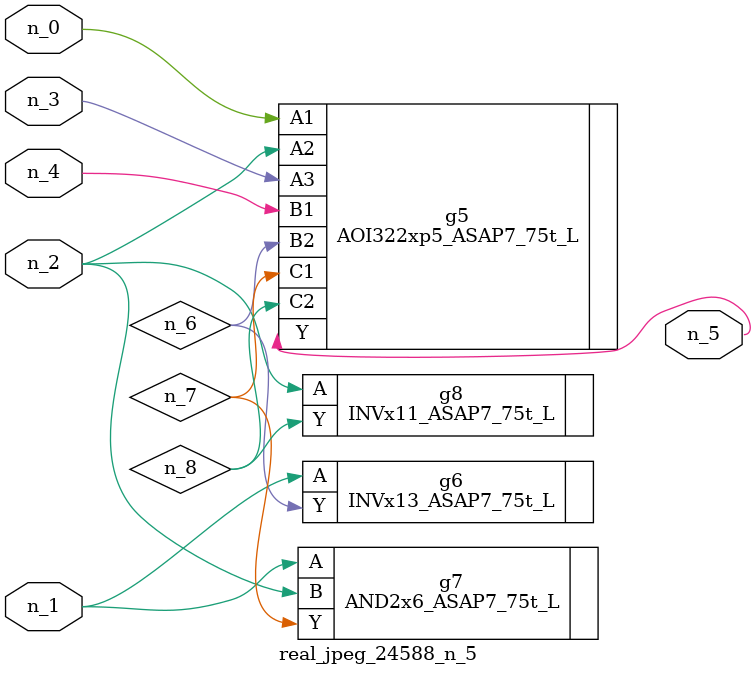
<source format=v>
module real_jpeg_24588_n_5 (n_4, n_0, n_1, n_2, n_3, n_5);

input n_4;
input n_0;
input n_1;
input n_2;
input n_3;

output n_5;

wire n_8;
wire n_6;
wire n_7;

AOI322xp5_ASAP7_75t_L g5 ( 
.A1(n_0),
.A2(n_2),
.A3(n_3),
.B1(n_4),
.B2(n_6),
.C1(n_7),
.C2(n_8),
.Y(n_5)
);

INVx13_ASAP7_75t_L g6 ( 
.A(n_1),
.Y(n_6)
);

AND2x6_ASAP7_75t_L g7 ( 
.A(n_1),
.B(n_2),
.Y(n_7)
);

INVx11_ASAP7_75t_L g8 ( 
.A(n_2),
.Y(n_8)
);


endmodule
</source>
